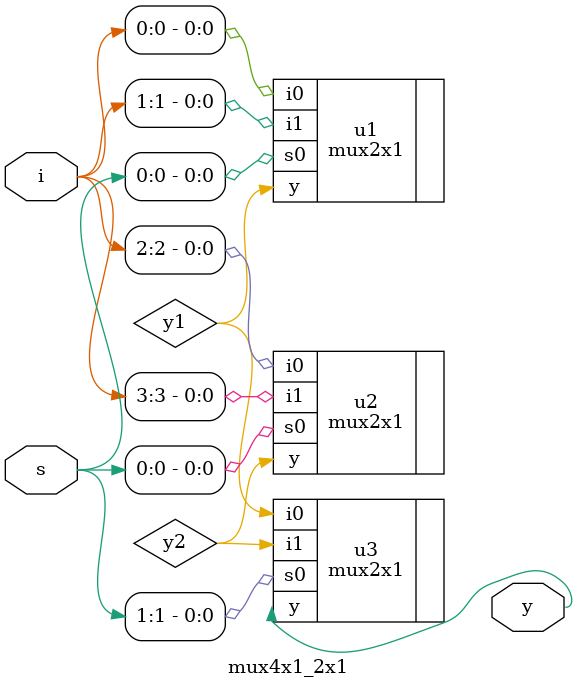
<source format=v>
module mux4x1_2x1(
    input [3:0]i,
    input [1:0]s,
    output y
);
wire y1,y2;

mux2x1 u1(.i0(i[0]),.i1(i[1]),.s0(s[0]),.y(y1));
mux2x1 u2(.i0(i[2]),.i1(i[3]),.s0(s[0]),.y(y2));
mux2x1 u3(.i0(y1),.i1(y2),.s0(s[1]),.y(y));


endmodule

</source>
